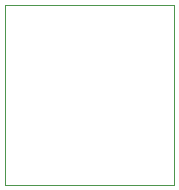
<source format=gbr>
G04 (created by PCBNEW (2013-07-07 BZR 4022)-stable) date 8/5/2015 3:42:45 PM*
%MOIN*%
G04 Gerber Fmt 3.4, Leading zero omitted, Abs format*
%FSLAX34Y34*%
G01*
G70*
G90*
G04 APERTURE LIST*
%ADD10C,0.00590551*%
%ADD11C,0.00393701*%
G04 APERTURE END LIST*
G54D10*
G54D11*
X75924Y-53726D02*
X75935Y-53726D01*
X75924Y-57654D02*
X75924Y-53726D01*
X81558Y-53726D02*
X81546Y-53726D01*
X81558Y-59712D02*
X81558Y-53726D01*
X81551Y-59620D02*
X81557Y-59620D01*
X81551Y-59716D02*
X81551Y-59620D01*
X78744Y-59716D02*
X81551Y-59716D01*
X75923Y-59635D02*
X75923Y-59718D01*
X75925Y-59716D02*
X75919Y-59716D01*
X78740Y-59716D02*
X75925Y-59716D01*
X75923Y-57639D02*
X75919Y-57639D01*
X75923Y-59637D02*
X75923Y-57639D01*
X75932Y-53725D02*
X81560Y-53725D01*
M02*

</source>
